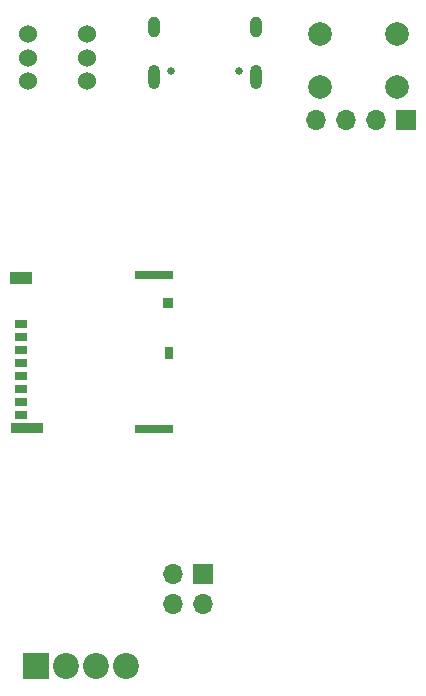
<source format=gbs>
G04 #@! TF.GenerationSoftware,KiCad,Pcbnew,7.0.5-7.0.5~ubuntu22.04.1*
G04 #@! TF.CreationDate,2023-06-24T11:50:08+02:00*
G04 #@! TF.ProjectId,Signal Generator,5369676e-616c-4204-9765-6e657261746f,2*
G04 #@! TF.SameCoordinates,Original*
G04 #@! TF.FileFunction,Soldermask,Bot*
G04 #@! TF.FilePolarity,Negative*
%FSLAX46Y46*%
G04 Gerber Fmt 4.6, Leading zero omitted, Abs format (unit mm)*
G04 Created by KiCad (PCBNEW 7.0.5-7.0.5~ubuntu22.04.1) date 2023-06-24 11:50:08*
%MOMM*%
%LPD*%
G01*
G04 APERTURE LIST*
%ADD10C,0.650000*%
%ADD11O,1.000000X2.100000*%
%ADD12O,1.000000X1.800000*%
%ADD13C,0.001000*%
%ADD14R,1.700000X1.700000*%
%ADD15O,1.700000X1.700000*%
%ADD16C,2.000000*%
%ADD17R,2.200000X2.200000*%
%ADD18C,2.200000*%
%ADD19C,1.524000*%
%ADD20R,3.330000X0.700000*%
%ADD21R,1.830000X1.140000*%
%ADD22R,2.800000X0.860000*%
%ADD23R,0.930000X0.900000*%
%ADD24R,0.780000X1.050000*%
%ADD25R,1.100000X0.700000*%
G04 APERTURE END LIST*
D10*
X109890000Y-103380000D03*
X104110000Y-103380000D03*
D11*
X111320000Y-103880000D03*
D12*
X111320000Y-99700000D03*
D11*
X102680000Y-103880000D03*
D12*
X102680000Y-99700000D03*
D13*
X118837500Y-152400000D03*
X118837500Y-145400000D03*
D14*
X106840000Y-145960000D03*
D15*
X106840000Y-148500000D03*
X104300000Y-145960000D03*
X104300000Y-148500000D03*
D16*
X116750000Y-100250000D03*
X123250000Y-100250000D03*
X116750000Y-104750000D03*
X123250000Y-104750000D03*
D17*
X92685000Y-153800000D03*
D18*
X95225000Y-153800000D03*
X97765000Y-153800000D03*
X100305000Y-153800000D03*
D19*
X92000000Y-100250000D03*
X97000000Y-100250000D03*
X92000000Y-102250000D03*
X97000000Y-102250000D03*
X92000000Y-104250000D03*
X97000000Y-104250000D03*
D14*
X124040000Y-107500000D03*
D15*
X121500000Y-107500000D03*
X118960000Y-107500000D03*
X116420000Y-107500000D03*
D20*
X102665000Y-120700000D03*
D21*
X91415000Y-120920000D03*
D22*
X91900000Y-133580000D03*
D20*
X102665000Y-133660000D03*
D23*
X103865000Y-123010000D03*
D24*
X103940000Y-127275000D03*
D25*
X91400000Y-124800000D03*
X91400000Y-125900000D03*
X91400000Y-127000000D03*
X91400000Y-128100000D03*
X91400000Y-129200000D03*
X91400000Y-130300000D03*
X91400000Y-131400000D03*
X91400000Y-132500000D03*
M02*

</source>
